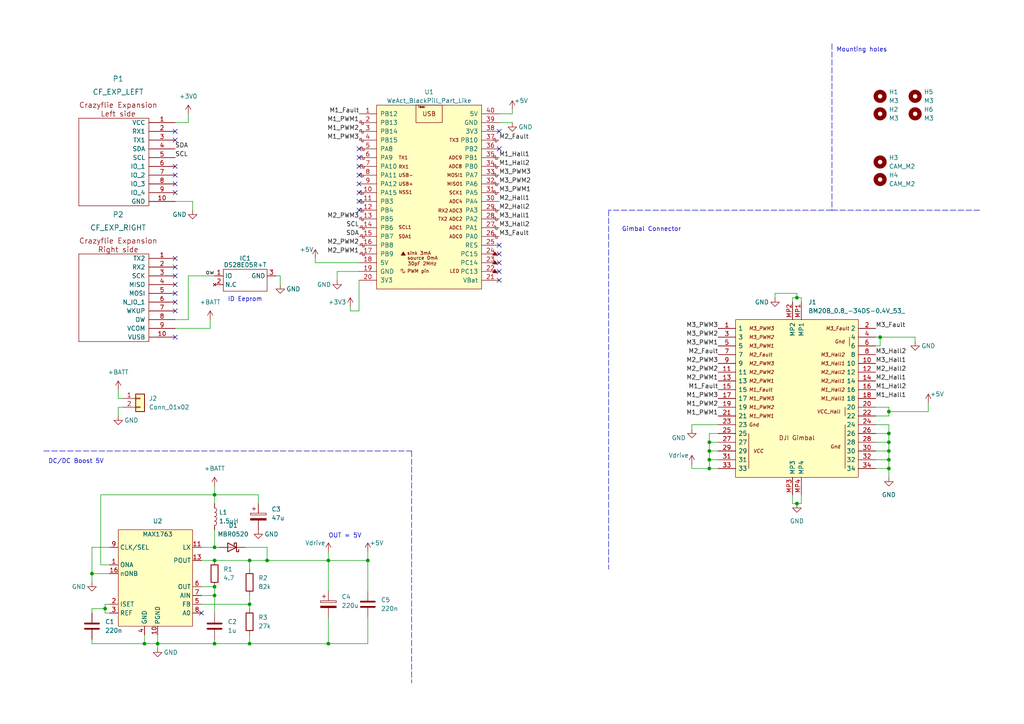
<source format=kicad_sch>
(kicad_sch (version 20211123) (generator eeschema)
  (paper "A4")
  (lib_symbols
    (symbol "Connector_Generic:Conn_01x02" (pin_names (offset 1.016) hide)
      (property "Reference" "J" (at 0 2.54 0))
      (property "Value" "Conn_01x02" (at 0 -5.08 0))
      (symbol "Conn_01x02_1_1"
        (rectangle (start -1.27 -2.413) (end 0 -2.667) (stroke (width 0.1524)))
        (rectangle (start -1.27 0.127) (end 0 -0.127) (stroke (width 0.1524)))
        (rectangle (start -1.27 1.27) (end 1.27 -3.81) (stroke (width 0.254)) (fill (type background)))
        (pin passive line (at -5.08 0 0) (length 3.81) (name "Pin_1") (number "1"))
        (pin passive line (at -5.08 -2.54 0) (length 3.81) (name "Pin_2") (number "2"))
      )
    )
    (symbol "DJI_Gimbal:BM20B_0.8_-34DS-0.4V_53_" (pin_names (offset 0.762))
      (property "Reference" "J" (at -0.635 14.605 0))
      (property "Value" "BM20B_0.8_-34DS-0.4V_53_" (at -12.065 17.145 0))
      (symbol "BM20B_0.8_-34DS-0.4V_53__0_0"
        (polyline (pts (xy -13.97 -30.48) (xy -13.97 -40.64)))
        (polyline (pts (xy 13.97 -27.94) (xy 13.97 -40.64)))
        (polyline (pts (xy 13.97 -22.86) (xy 13.97 -25.4)))
        (polyline (pts (xy 15.24 -2.54) (xy 15.24 -5.08)))
        (text "DJI Gimbal" (at 0 -31.75 0) (effects (font (size 1.27 1.27))))
        (text "Gnd" (at -13.97 -27.94 0) (effects (font (size 1.016 1.016) italic) (justify left)))
        (text "Gnd" (at 12.7 -34.29 0) (effects (font (size 1.016 1.016) italic) (justify right)))
        (text "Gnd" (at 13.97 -3.81 0) (effects (font (size 1.016 1.016) italic) (justify right)))
        (text "M1_Fault" (at -13.97 -17.78 0) (effects (font (size 1.016 1.016) italic) (justify left)))
        (text "M1_Hall1" (at 13.97 -20.32 0) (effects (font (size 1.016 1.016) italic) (justify right)))
        (text "M1_Hall2" (at 13.97 -17.78 0) (effects (font (size 1.016 1.016) italic) (justify right)))
        (text "M1_PWM1" (at -13.97 -25.4 0) (effects (font (size 1.016 1.016) italic) (justify left)))
        (text "M1_PWM2" (at -13.97 -22.86 0) (effects (font (size 1.016 1.016) italic) (justify left)))
        (text "M1_PWM3" (at -13.97 -20.32 0) (effects (font (size 1.016 1.016) italic) (justify left)))
        (text "M2_Fault" (at -13.97 -7.62 0) (effects (font (size 1.016 1.016) italic) (justify left)))
        (text "M2_Hall1" (at 13.97 -15.24 0) (effects (font (size 1.016 1.016) italic) (justify right)))
        (text "M2_Hall2" (at 13.97 -12.7 0) (effects (font (size 1.016 1.016) italic) (justify right)))
        (text "M2_PWM1" (at -13.97 -15.24 0) (effects (font (size 1.016 1.016) italic) (justify left)))
        (text "M2_PWM2" (at -13.97 -12.7 0) (effects (font (size 1.016 1.016) italic) (justify left)))
        (text "M2_PWM3" (at -13.97 -10.16 0) (effects (font (size 1.016 1.016) italic) (justify left)))
        (text "M3_Fault" (at 15.24 0 0) (effects (font (size 1.016 1.016) italic) (justify right)))
        (text "M3_Hall1" (at 13.97 -10.16 0) (effects (font (size 1.016 1.016) italic) (justify right)))
        (text "M3_Hall2" (at 13.97 -7.62 0) (effects (font (size 1.016 1.016) italic) (justify right)))
        (text "M3_PWM1" (at -13.97 -5.08 0) (effects (font (size 1.016 1.016) italic) (justify left)))
        (text "M3_PWM2" (at -13.97 -2.54 0) (effects (font (size 1.016 1.016) italic) (justify left)))
        (text "M3_PWM3" (at -13.97 0 0) (effects (font (size 1.016 1.016) italic) (justify left)))
        (text "VCC" (at -12.7 -35.56 0) (effects (font (size 1.016 1.016) italic) (justify left)))
        (text "VCC_Hall" (at 12.7 -24.13 0) (effects (font (size 1.016 1.016) italic) (justify right)))
        (pin passive line (at -22.86 0 0) (length 5.08) (name "1") (number "1"))
        (pin passive line (at 22.86 -10.16 180) (length 5.08) (name "10") (number "10"))
        (pin passive line (at -22.86 -12.7 0) (length 5.08) (name "11") (number "11"))
        (pin passive line (at 22.86 -12.7 180) (length 5.08) (name "12") (number "12"))
        (pin passive line (at -22.86 -15.24 0) (length 5.08) (name "13") (number "13"))
        (pin passive line (at 22.86 -15.24 180) (length 5.08) (name "14") (number "14"))
        (pin passive line (at -22.86 -17.78 0) (length 5.08) (name "15") (number "15"))
        (pin passive line (at 22.86 -17.78 180) (length 5.08) (name "16") (number "16"))
        (pin passive line (at -22.86 -20.32 0) (length 5.08) (name "17") (number "17"))
        (pin passive line (at 22.86 -20.32 180) (length 5.08) (name "18") (number "18"))
        (pin passive line (at -22.86 -22.86 0) (length 5.08) (name "19") (number "19"))
        (pin passive line (at 22.86 0 180) (length 5.08) (name "2") (number "2"))
        (pin passive line (at 22.86 -22.86 180) (length 5.08) (name "20") (number "20"))
        (pin passive line (at -22.86 -25.4 0) (length 5.08) (name "21") (number "21"))
        (pin passive line (at 22.86 -25.4 180) (length 5.08) (name "22") (number "22"))
        (pin passive line (at -22.86 -27.94 0) (length 5.08) (name "23") (number "23"))
        (pin passive line (at 22.86 -27.94 180) (length 5.08) (name "24") (number "24"))
        (pin passive line (at -22.86 -30.48 0) (length 5.08) (name "25") (number "25"))
        (pin passive line (at 22.86 -30.48 180) (length 5.08) (name "26") (number "26"))
        (pin passive line (at -22.86 -33.02 0) (length 5.08) (name "27") (number "27"))
        (pin passive line (at 22.86 -33.02 180) (length 5.08) (name "28") (number "28"))
        (pin passive line (at -22.86 -35.56 0) (length 5.08) (name "29") (number "29"))
        (pin passive line (at -22.86 -2.54 0) (length 5.08) (name "3") (number "3"))
        (pin passive line (at 22.86 -35.56 180) (length 5.08) (name "30") (number "30"))
        (pin passive line (at -22.86 -38.1 0) (length 5.08) (name "31") (number "31"))
        (pin passive line (at 22.86 -38.1 180) (length 5.08) (name "32") (number "32"))
        (pin passive line (at -22.86 -40.64 0) (length 5.08) (name "33") (number "33"))
        (pin passive line (at 22.86 -40.64 180) (length 5.08) (name "34") (number "34"))
        (pin passive line (at 22.86 -2.54 180) (length 5.08) (name "4") (number "4"))
        (pin passive line (at -22.86 -5.08 0) (length 5.08) (name "5") (number "5"))
        (pin passive line (at 22.86 -5.08 180) (length 5.08) (name "6") (number "6"))
        (pin passive line (at -22.86 -7.62 0) (length 5.08) (name "7") (number "7"))
        (pin passive line (at 22.86 -7.62 180) (length 5.08) (name "8") (number "8"))
        (pin passive line (at -22.86 -10.16 0) (length 5.08) (name "9") (number "9"))
        (pin passive line (at 1.27 7.62 270) (length 5.08) (name "MP1") (number "MP1"))
        (pin passive line (at -1.27 7.62 270) (length 5.08) (name "MP2") (number "MP2"))
        (pin passive line (at -1.27 -48.26 90) (length 5.08) (name "MP3") (number "MP3"))
        (pin passive line (at 1.27 -48.26 90) (length 5.08) (name "MP4") (number "MP4"))
      )
      (symbol "BM20B_0.8_-34DS-0.4V_53__0_1"
        (polyline (pts (xy 17.78 2.54) (xy 17.78 -43.18) (xy -17.78 -43.18) (xy -17.78 2.54) (xy 17.78 2.54)) (stroke (width 0.1524)) (fill (type background)))
      )
    )
    (symbol "DJI_Gimbal:CF_EXP_LEFT" (pin_names (offset 1.016))
      (property "Reference" "P" (at 0 -13.97 0))
      (property "Value" "CF_EXP_LEFT" (at 0 -16.51 0))
      (symbol "CF_EXP_LEFT_0_0"
        (rectangle (start -10.16 -12.7) (end -10.16 12.7))
        (rectangle (start -10.16 12.7) (end 10.16 12.7))
        (rectangle (start 10.16 -12.7) (end -10.16 -12.7))
        (rectangle (start 10.16 12.7) (end 10.16 -12.7))
        (text "Crazyflie Expansion" (at 1.27 16.51 0) (effects (font (size 1.524 1.524))))
        (text "Left side" (at 1.27 13.97 0) (effects (font (size 1.524 1.524))))
      )
      (symbol "CF_EXP_LEFT_1_1"
        (pin power_out line (at 17.78 11.43 180) (length 7.62) (name "VCC") (number "1"))
        (pin power_out line (at 17.78 -11.43 180) (length 7.62) (name "GND") (number "10"))
        (pin bidirectional line (at 17.78 8.89 180) (length 7.62) (name "RX1") (number "2"))
        (pin bidirectional line (at 17.78 6.35 180) (length 7.62) (name "TX1") (number "3"))
        (pin output line (at 17.78 3.81 180) (length 7.62) (name "SDA") (number "4"))
        (pin bidirectional line (at 17.78 1.27 180) (length 7.62) (name "SCL") (number "5"))
        (pin bidirectional line (at 17.78 -1.27 180) (length 7.62) (name "IO_1") (number "6"))
        (pin bidirectional line (at 17.78 -3.81 180) (length 7.62) (name "IO_2") (number "7"))
        (pin bidirectional line (at 17.78 -6.35 180) (length 7.62) (name "IO_3") (number "8"))
        (pin bidirectional line (at 17.78 -8.89 180) (length 7.62) (name "IO_4") (number "9"))
      )
    )
    (symbol "DJI_Gimbal:CF_EXP_RIGHT" (pin_names (offset 1.016))
      (property "Reference" "P" (at 0 -13.97 0))
      (property "Value" "CF_EXP_RIGHT" (at 0 -16.51 0))
      (symbol "CF_EXP_RIGHT_0_0"
        (rectangle (start -10.16 -12.7) (end -10.16 12.7))
        (rectangle (start -10.16 12.7) (end 10.16 12.7))
        (rectangle (start 10.16 -12.7) (end -10.16 -12.7))
        (rectangle (start 10.16 12.7) (end 10.16 -12.7))
        (text "Crazyflie Expansion" (at 1.27 16.51 0) (effects (font (size 1.524 1.524))))
        (text "Right side" (at 1.27 13.97 0) (effects (font (size 1.524 1.524))))
      )
      (symbol "CF_EXP_RIGHT_1_1"
        (pin bidirectional line (at 17.78 11.43 180) (length 7.62) (name "TX2") (number "1"))
        (pin power_out line (at 17.78 -11.43 180) (length 7.62) (name "VUSB") (number "10"))
        (pin bidirectional line (at 17.78 8.89 180) (length 7.62) (name "RX2") (number "2"))
        (pin output line (at 17.78 6.35 180) (length 7.62) (name "SCK") (number "3"))
        (pin bidirectional line (at 17.78 3.81 180) (length 7.62) (name "MISO") (number "4"))
        (pin bidirectional line (at 17.78 1.27 180) (length 7.62) (name "MOSI") (number "5"))
        (pin bidirectional line (at 17.78 -1.27 180) (length 7.62) (name "N_IO_1") (number "6"))
        (pin bidirectional line (at 17.78 -3.81 180) (length 7.62) (name "WKUP") (number "7"))
        (pin bidirectional line (at 17.78 -6.35 180) (length 7.62) (name "OW") (number "8"))
        (pin power_out line (at 17.78 -8.89 180) (length 7.62) (name "VCOM") (number "9"))
      )
    )
    (symbol "DJI_Gimbal:DS28E05R+T"
      (property "Reference" "IC?" (at 0 5.08 0))
      (property "Value" "DS28E05R+T" (at 0 3.175 0))
      (symbol "DS28E05R+T_0_1"
        (rectangle (start -6.35 1.905) (end 6.35 -4.445))
      )
      (symbol "DS28E05R+T_1_1"
        (pin bidirectional line (at -8.89 0 0) (length 2.54) (name "IO") (number "1"))
        (pin no_connect line (at -8.89 -2.54 0) (length 2.54) (name "N.C") (number "2"))
        (pin input line (at 8.89 0 180) (length 2.54) (name "GND") (number "3"))
      )
    )
    (symbol "DJI_Gimbal:MAX1763"
      (property "Reference" "U" (at 0 15.24 0))
      (property "Value" "MAX1763" (at 0 12.7 0))
      (symbol "MAX1763_0_1"
        (rectangle (start -11.43 13.97) (end 10.16 -13.97) (fill (type background)))
      )
      (symbol "MAX1763_1_1"
        (pin input line (at -13.97 3.81 0) (length 2.54) (name "ONA") (number "1"))
        (pin input line (at 0 -16.51 90) (length 2.54) (name "PGND") (number "10"))
        (pin input line (at 12.7 8.89 180) (length 2.54) (name "LX") (number "11"))
        (pin input line (at 0 -16.51 90) (length 2.54) hide (name "PGND") (number "12"))
        (pin input line (at 12.7 5.08 180) (length 2.54) (name "POUT") (number "13"))
        (pin input line (at 12.7 8.89 180) (length 2.54) hide (name "LX") (number "14"))
        (pin input line (at 12.7 5.08 180) (length 2.54) hide (name "POUT") (number "15"))
        (pin input line (at -13.97 1.27 0) (length 2.54) (name "nONB") (number "16"))
        (pin input line (at -13.97 -7.62 0) (length 2.54) (name "ISET") (number "2"))
        (pin input line (at -13.97 -10.16 0) (length 2.54) (name "REF") (number "3"))
        (pin input line (at -3.81 -16.51 90) (length 2.54) (name "GND") (number "4"))
        (pin input line (at 12.7 -7.62 180) (length 2.54) (name "FB") (number "5"))
        (pin input line (at 12.7 -2.54 180) (length 2.54) (name "OUT") (number "6"))
        (pin input line (at 12.7 -5.08 180) (length 2.54) (name "AIN") (number "7"))
        (pin input line (at 12.7 -10.16 180) (length 2.54) (name "A0") (number "8"))
        (pin input line (at -13.97 8.89 0) (length 2.54) (name "CLK/SEL") (number "9"))
      )
    )
    (symbol "DJI_Gimbal:WeAct_BlackPill_Part_Like" (pin_names (offset 1.016))
      (property "Reference" "U" (at -12.7 27.94 0))
      (property "Value" "WeAct_BlackPill_Part_Like" (at 0 2.54 90))
      (symbol "WeAct_BlackPill_Part_Like_0_0"
        (polyline (pts (xy -8.128 -18.161) (xy -7.493 -17.145) (xy -6.858 -18.161) (xy -8.128 -18.161) (xy -7.493 -17.272) (xy -6.985 -18.161) (xy -8.001 -18.034) (xy -7.493 -17.399) (xy -7.112 -18.161) (xy -7.874 -17.907) (xy -7.366 -17.526) (xy -7.239 -18.161) (xy -7.747 -17.78) (xy -7.239 -17.653) (xy -7.366 -18.034) (xy -7.62 -17.78) (xy -7.366 -17.907) (xy -7.493 -17.653)))
        (polyline (pts (xy 18.415 -23.241) (xy 19.05 -22.225) (xy 19.685 -23.241) (xy 18.415 -23.241) (xy 19.05 -22.352) (xy 19.558 -23.241) (xy 18.542 -23.114) (xy 19.05 -22.479) (xy 19.431 -23.241) (xy 18.669 -22.987) (xy 19.177 -22.606) (xy 19.304 -23.241) (xy 18.796 -22.86) (xy 19.304 -22.733) (xy 19.177 -23.114) (xy 18.923 -22.86) (xy 19.177 -22.987) (xy 19.05 -22.733)))
        (polyline (pts (xy 18.415 -20.701) (xy 19.05 -19.685) (xy 19.685 -20.701) (xy 18.415 -20.701) (xy 19.05 -19.812) (xy 19.558 -20.701) (xy 18.542 -20.574) (xy 19.05 -19.939) (xy 19.431 -20.701) (xy 18.669 -20.447) (xy 19.177 -20.066) (xy 19.304 -20.701) (xy 18.796 -20.32) (xy 19.304 -20.193) (xy 19.177 -20.574) (xy 18.923 -20.32) (xy 19.177 -20.447) (xy 19.05 -20.193)))
        (polyline (pts (xy 18.415 -18.161) (xy 19.05 -17.145) (xy 19.685 -18.161) (xy 18.415 -18.161) (xy 19.05 -17.272) (xy 19.558 -18.161) (xy 18.542 -18.034) (xy 19.05 -17.399) (xy 19.431 -18.161) (xy 18.669 -17.907) (xy 19.177 -17.526) (xy 19.304 -18.161) (xy 18.796 -17.78) (xy 19.304 -17.653) (xy 19.177 -18.034) (xy 18.923 -17.78) (xy 19.177 -17.907) (xy 19.05 -17.653)))
        (text "30pF 2MHz" (at -2.032 -20.574 0) (effects (font (size 0.9906 0.9906))))
        (text "ADC0" (at 7.747 -12.7 0) (effects (font (size 0.9906 0.9906))))
        (text "ADC1" (at 7.747 -10.16 0) (effects (font (size 0.9906 0.9906))))
        (text "ADC2" (at 7.747 -7.62 0) (effects (font (size 0.9906 0.9906))))
        (text "ADC3" (at 7.747 -5.207 0) (effects (font (size 0.9906 0.9906))))
        (text "ADC4" (at 7.747 -2.54 0) (effects (font (size 0.9906 0.9906))))
        (text "ADC8" (at 7.62 7.62 0) (effects (font (size 0.9906 0.9906))))
        (text "ADC9" (at 7.62 10.16 0) (effects (font (size 0.9906 0.9906))))
        (text "LED" (at 7.366 -22.733 0) (effects (font (size 0.9906 0.9906))))
        (text "MISO1" (at 7.493 2.54 0) (effects (font (size 0.9906 0.9906))))
        (text "MOSI1" (at 7.493 5.08 0) (effects (font (size 0.9906 0.9906))))
        (text "NSS1" (at -6.858 0.127 0) (effects (font (size 0.9906 0.9906))))
        (text "PWM pin" (at -3.175 -22.733 0) (effects (font (size 0.9906 0.9906))))
        (text "RX1" (at -7.366 7.493 0) (effects (font (size 0.9906 0.9906))))
        (text "RX2" (at 4.064 -5.207 0) (effects (font (size 0.9906 0.9906))))
        (text "SCK1" (at 7.747 0 0) (effects (font (size 0.9906 0.9906))))
        (text "SCL1" (at -6.985 -10.033 0) (effects (font (size 0.9906 0.9906))))
        (text "SDA1" (at -6.985 -12.7 0) (effects (font (size 0.9906 0.9906))))
        (text "sink 3mA" (at -2.921 -17.526 0) (effects (font (size 0.9906 0.9906))))
        (text "source 0mA" (at -1.905 -18.923 0) (effects (font (size 0.9906 0.9906))))
        (text "TX1" (at -7.493 10.16 0) (effects (font (size 0.9906 0.9906))))
        (text "TX2" (at 3.937 -7.62 0) (effects (font (size 0.9906 0.9906))))
        (text "TX3" (at 7.239 15.24 0) (effects (font (size 0.9906 0.9906))))
        (text "USB" (at 0 22.86 0) (effects (font (size 1.27 1.27))))
        (text "USB+" (at -6.731 2.54 0) (effects (font (size 0.9906 0.9906))))
        (text "USB-" (at -6.731 5.08 0) (effects (font (size 0.9906 0.9906))))
        (text "Y@@J" (at -2.159 24.892 0) (effects (font (size 0.508 0.508))))
      )
      (symbol "WeAct_BlackPill_Part_Like_0_1"
        (rectangle (start -15.24 25.4) (end 15.24 -27.94) (fill (type background)))
        (polyline (pts (xy -19.05 -7.62) (xy -19.05 -8.128) (xy -19.558 -8.128) (xy -19.558 -7.112) (xy -20.066 -7.112) (xy -20.066 -7.62)))
        (polyline (pts (xy -19.05 -5.08) (xy -19.05 -5.588) (xy -19.558 -5.588) (xy -19.558 -4.572) (xy -20.066 -4.572) (xy -20.066 -5.08)))
        (polyline (pts (xy -19.05 -2.54) (xy -19.05 -3.048) (xy -19.558 -3.048) (xy -19.558 -2.032) (xy -20.066 -2.032) (xy -20.066 -2.54)))
        (polyline (pts (xy -19.05 0) (xy -19.05 -0.508) (xy -19.558 -0.508) (xy -19.558 0.508) (xy -20.066 0.508) (xy -20.066 0)))
        (polyline (pts (xy -19.05 5.08) (xy -19.05 4.572) (xy -19.558 4.572) (xy -19.558 5.588) (xy -20.066 5.588) (xy -20.066 5.08)))
        (polyline (pts (xy -19.05 15.24) (xy -19.05 14.732) (xy -19.558 14.732) (xy -19.558 15.748) (xy -20.066 15.748) (xy -20.066 15.24)))
        (polyline (pts (xy -19.05 17.78) (xy -19.05 17.272) (xy -19.558 17.272) (xy -19.558 18.288) (xy -20.066 18.288) (xy -20.066 17.78)))
        (polyline (pts (xy -19.05 20.32) (xy -19.05 19.812) (xy -19.558 19.812) (xy -19.558 20.828) (xy -20.066 20.828) (xy -20.066 20.32)))
        (polyline (pts (xy -18.796 -17.78) (xy -18.796 -18.288) (xy -19.304 -18.288) (xy -19.304 -17.272) (xy -19.812 -17.272) (xy -19.812 -17.78)))
        (polyline (pts (xy -18.796 -15.24) (xy -18.796 -15.748) (xy -19.304 -15.748) (xy -19.304 -14.732) (xy -19.812 -14.732) (xy -19.812 -15.24)))
        (polyline (pts (xy -18.796 -12.7) (xy -18.796 -13.208) (xy -19.304 -13.208) (xy -19.304 -12.192) (xy -19.812 -12.192) (xy -19.812 -12.7)))
        (polyline (pts (xy -18.796 -10.16) (xy -18.796 -10.668) (xy -19.304 -10.668) (xy -19.304 -9.652) (xy -19.812 -9.652) (xy -19.812 -10.16)))
        (polyline (pts (xy -18.796 7.62) (xy -18.796 7.112) (xy -19.304 7.112) (xy -19.304 8.128) (xy -19.812 8.128) (xy -19.812 7.62)))
        (polyline (pts (xy -18.796 10.16) (xy -18.796 9.652) (xy -19.304 9.652) (xy -19.304 10.668) (xy -19.812 10.668) (xy -19.812 10.16)))
        (polyline (pts (xy -18.796 12.7) (xy -18.796 12.192) (xy -19.304 12.192) (xy -19.304 13.208) (xy -19.812 13.208) (xy -19.812 12.7)))
        (polyline (pts (xy -7.112 -22.733) (xy -7.112 -23.241) (xy -7.62 -23.241) (xy -7.62 -22.225) (xy -8.128 -22.225) (xy -8.128 -22.733)))
        (polyline (pts (xy 19.685 0) (xy 19.685 -0.508) (xy 19.177 -0.508) (xy 19.177 0.508) (xy 18.669 0.508) (xy 18.669 0)))
        (polyline (pts (xy 19.685 15.24) (xy 19.685 14.732) (xy 19.177 14.732) (xy 19.177 15.748) (xy 18.669 15.748) (xy 18.669 15.24)))
        (polyline (pts (xy 19.812 -12.7) (xy 19.812 -13.208) (xy 19.304 -13.208) (xy 19.304 -12.192) (xy 18.796 -12.192) (xy 18.796 -12.7)))
        (polyline (pts (xy 19.812 -10.16) (xy 19.812 -10.668) (xy 19.304 -10.668) (xy 19.304 -9.652) (xy 18.796 -9.652) (xy 18.796 -10.16)))
        (polyline (pts (xy 19.812 -7.62) (xy 19.812 -8.128) (xy 19.304 -8.128) (xy 19.304 -7.112) (xy 18.796 -7.112) (xy 18.796 -7.62)))
        (polyline (pts (xy 19.812 -5.08) (xy 19.812 -5.588) (xy 19.304 -5.588) (xy 19.304 -4.572) (xy 18.796 -4.572) (xy 18.796 -5.08)))
        (polyline (pts (xy 19.812 2.54) (xy 19.812 2.032) (xy 19.304 2.032) (xy 19.304 3.048) (xy 18.796 3.048) (xy 18.796 2.54)))
        (polyline (pts (xy 19.812 5.08) (xy 19.812 4.572) (xy 19.304 4.572) (xy 19.304 5.588) (xy 18.796 5.588) (xy 18.796 5.08)))
        (polyline (pts (xy 19.812 7.62) (xy 19.812 7.112) (xy 19.304 7.112) (xy 19.304 8.128) (xy 18.796 8.128) (xy 18.796 7.62)))
        (polyline (pts (xy 19.812 10.16) (xy 19.812 9.652) (xy 19.304 9.652) (xy 19.304 10.668) (xy 18.796 10.668) (xy 18.796 10.16)))
        (rectangle (start 3.81 25.4) (end -3.81 20.32))
      )
      (symbol "WeAct_BlackPill_Part_Like_1_1"
        (pin bidirectional line (at -20.32 22.86 0) (length 5.08) (name "PB12") (number "1"))
        (pin bidirectional line (at -20.32 0 0) (length 5.08) (name "PA15") (number "10"))
        (pin bidirectional line (at -20.32 -2.54 0) (length 5.08) (name "PB3") (number "11"))
        (pin bidirectional line (at -20.32 -5.08 0) (length 5.08) (name "PB4") (number "12"))
        (pin bidirectional line (at -20.32 -7.62 0) (length 5.08) (name "PB5") (number "13"))
        (pin bidirectional line (at -20.32 -10.16 0) (length 5.08) (name "PB6") (number "14"))
        (pin bidirectional line (at -20.32 -12.7 0) (length 5.08) (name "PB7") (number "15"))
        (pin bidirectional line (at -20.32 -15.24 0) (length 5.08) (name "PB8") (number "16"))
        (pin bidirectional line (at -20.32 -17.78 0) (length 5.08) (name "PB9") (number "17"))
        (pin power_in line (at -20.32 -20.32 0) (length 5.08) (name "5V") (number "18"))
        (pin power_in line (at -20.32 -22.86 0) (length 5.08) (name "GND") (number "19"))
        (pin bidirectional line (at -20.32 20.32 0) (length 5.08) (name "PB13") (number "2"))
        (pin power_in line (at -20.32 -25.4 0) (length 5.08) (name "3V3") (number "20"))
        (pin power_in line (at 20.32 -25.4 180) (length 5.08) (name "VBat") (number "21"))
        (pin bidirectional line (at 20.32 -22.86 180) (length 5.08) (name "PC13") (number "22"))
        (pin bidirectional line (at 20.32 -20.32 180) (length 5.08) (name "PC14") (number "23"))
        (pin bidirectional line (at 20.32 -17.78 180) (length 5.08) (name "PC15") (number "24"))
        (pin input line (at 20.32 -15.24 180) (length 5.08) (name "RES") (number "25"))
        (pin bidirectional line (at 20.32 -12.7 180) (length 5.08) (name "PA0") (number "26"))
        (pin bidirectional line (at 20.32 -10.16 180) (length 5.08) (name "PA1") (number "27"))
        (pin bidirectional line (at 20.32 -7.62 180) (length 5.08) (name "PA2") (number "28"))
        (pin bidirectional line (at 20.32 -5.08 180) (length 5.08) (name "PA3") (number "29"))
        (pin bidirectional line (at -20.32 17.78 0) (length 5.08) (name "PB14") (number "3"))
        (pin bidirectional line (at 20.32 -2.54 180) (length 5.08) (name "PA4") (number "30"))
        (pin bidirectional line (at 20.32 0 180) (length 5.08) (name "PA5") (number "31"))
        (pin bidirectional line (at 20.32 2.54 180) (length 5.08) (name "PA6") (number "32"))
        (pin bidirectional line (at 20.32 5.08 180) (length 5.08) (name "PA7") (number "33"))
        (pin bidirectional line (at 20.32 7.62 180) (length 5.08) (name "PB0") (number "34"))
        (pin bidirectional line (at 20.32 10.16 180) (length 5.08) (name "PB1") (number "35"))
        (pin bidirectional line (at 20.32 12.7 180) (length 5.08) (name "PB2") (number "36"))
        (pin bidirectional line (at 20.32 15.24 180) (length 5.08) (name "PB10") (number "37"))
        (pin power_in line (at 20.32 17.78 180) (length 5.08) (name "3V3") (number "38"))
        (pin power_in line (at 20.32 20.32 180) (length 5.08) (name "GND") (number "39"))
        (pin bidirectional line (at -20.32 15.24 0) (length 5.08) (name "PB15") (number "4"))
        (pin power_in line (at 20.32 22.86 180) (length 5.08) (name "5V") (number "40"))
        (pin bidirectional line (at -20.32 12.7 0) (length 5.08) (name "PA8") (number "5"))
        (pin bidirectional line (at -20.32 10.16 0) (length 5.08) (name "PA9") (number "6"))
        (pin bidirectional line (at -20.32 7.62 0) (length 5.08) (name "PA10") (number "7"))
        (pin bidirectional line (at -20.32 5.08 0) (length 5.08) (name "PA11") (number "8"))
        (pin bidirectional line (at -20.32 2.54 0) (length 5.08) (name "PA12") (number "9"))
      )
    )
    (symbol "Device:C" (pin_numbers hide) (pin_names (offset 0.254))
      (property "Reference" "C" (at 0.635 2.54 0))
      (property "Value" "C" (at 0.635 -2.54 0))
      (symbol "C_0_1"
        (polyline (pts (xy -2.032 -0.762) (xy 2.032 -0.762)) (stroke (width 0.508)))
        (polyline (pts (xy -2.032 0.762) (xy 2.032 0.762)) (stroke (width 0.508)))
      )
      (symbol "C_1_1"
        (pin passive line (at 0 3.81 270) (length 2.794) (name "~") (number "1"))
        (pin passive line (at 0 -3.81 90) (length 2.794) (name "~") (number "2"))
      )
    )
    (symbol "Device:C_Polarized" (pin_numbers hide) (pin_names (offset 0.254))
      (property "Reference" "C" (at 0.635 2.54 0))
      (property "Value" "C_Polarized" (at 0.635 -2.54 0))
      (symbol "C_Polarized_0_1"
        (rectangle (start -2.286 0.508) (end 2.286 1.016))
        (polyline (pts (xy -1.778 2.286) (xy -0.762 2.286)))
        (polyline (pts (xy -1.27 2.794) (xy -1.27 1.778)))
        (rectangle (start 2.286 -0.508) (end -2.286 -1.016) (fill (type outline)))
      )
      (symbol "C_Polarized_1_1"
        (pin passive line (at 0 3.81 270) (length 2.794) (name "~") (number "1"))
        (pin passive line (at 0 -3.81 90) (length 2.794) (name "~") (number "2"))
      )
    )
    (symbol "Device:L" (pin_numbers hide) (pin_names (offset 1.016) hide)
      (property "Reference" "L" (at -1.27 0 90))
      (property "Value" "L" (at 1.905 0 90))
      (symbol "L_0_1"
        (arc (start 0 -2.54) (mid 0.635 -1.905) (end 0 -1.27))
        (arc (start 0 -1.27) (mid 0.635 -0.635) (end 0 0))
        (arc (start 0 0) (mid 0.635 0.635) (end 0 1.27))
        (arc (start 0 1.27) (mid 0.635 1.905) (end 0 2.54))
      )
      (symbol "L_1_1"
        (pin passive line (at 0 3.81 270) (length 1.27) (name "1") (number "1"))
        (pin passive line (at 0 -3.81 90) (length 1.27) (name "2") (number "2"))
      )
    )
    (symbol "Device:R" (pin_numbers hide) (pin_names (offset 0))
      (property "Reference" "R" (at 2.032 0 90))
      (property "Value" "R" (at 0 0 90))
      (symbol "R_0_1"
        (rectangle (start -1.016 -2.54) (end 1.016 2.54) (stroke (width 0.254)))
      )
      (symbol "R_1_1"
        (pin passive line (at 0 3.81 270) (length 1.27) (name "~") (number "1"))
        (pin passive line (at 0 -3.81 90) (length 1.27) (name "~") (number "2"))
      )
    )
    (symbol "Diode:MBR0520" (pin_numbers hide) (pin_names (offset 1.016) hide)
      (property "Reference" "D" (at 0 2.54 0))
      (property "Value" "MBR0520" (at 0 -2.54 0))
      (symbol "MBR0520_0_1"
        (polyline (pts (xy 1.27 0) (xy -1.27 0)))
        (polyline (pts (xy 1.27 1.27) (xy 1.27 -1.27) (xy -1.27 0) (xy 1.27 1.27)) (stroke (width 0.254)))
        (polyline (pts (xy -1.905 0.635) (xy -1.905 1.27) (xy -1.27 1.27) (xy -1.27 -1.27) (xy -0.635 -1.27) (xy -0.635 -0.635)) (stroke (width 0.254)))
      )
      (symbol "MBR0520_1_1"
        (pin passive line (at -3.81 0 0) (length 2.54) (name "K") (number "1"))
        (pin passive line (at 3.81 0 180) (length 2.54) (name "A") (number "2"))
      )
    )
    (symbol "Mechanical:MountingHole" (pin_names (offset 1.016))
      (property "Reference" "H" (at 0 5.08 0))
      (property "Value" "MountingHole" (at 0 3.175 0))
      (symbol "MountingHole_0_1"
        (circle (center 0 0) (radius 1.27) (stroke (width 1.27)))
      )
    )
    (symbol "power:+3.3V" (power) (pin_names (offset 0))
      (property "Value" "+3.3V" (at 0 3.556 0))
      (symbol "+3.3V_0_1"
        (polyline (pts (xy -0.762 1.27) (xy 0 2.54)))
        (polyline (pts (xy 0 0) (xy 0 2.54)))
        (polyline (pts (xy 0 2.54) (xy 0.762 1.27)))
      )
      (symbol "+3.3V_1_1"
        (pin power_in line (at 0 0 90) (length 0) hide (name "+3V3") (number "1"))
      )
    )
    (symbol "power:+3V0" (power) (pin_names (offset 0))
      (property "Value" "+3V0" (at 0 3.556 0))
      (symbol "+3V0_0_1"
        (polyline (pts (xy -0.762 1.27) (xy 0 2.54)))
        (polyline (pts (xy 0 0) (xy 0 2.54)))
        (polyline (pts (xy 0 2.54) (xy 0.762 1.27)))
      )
      (symbol "+3V0_1_1"
        (pin power_in line (at 0 0 90) (length 0) hide (name "+3V0") (number "1"))
      )
    )
    (symbol "power:+5V" (power) (pin_names (offset 0))
      (property "Value" "+5V" (at 0 3.556 0))
      (symbol "+5V_0_1"
        (polyline (pts (xy -0.762 1.27) (xy 0 2.54)))
        (polyline (pts (xy 0 0) (xy 0 2.54)))
        (polyline (pts (xy 0 2.54) (xy 0.762 1.27)))
      )
      (symbol "+5V_1_1"
        (pin power_in line (at 0 0 90) (length 0) hide (name "+5V") (number "1"))
      )
    )
    (symbol "power:+BATT" (power) (pin_names (offset 0))
      (property "Value" "+BATT" (at 0 3.556 0))
      (symbol "+BATT_0_1"
        (polyline (pts (xy -0.762 1.27) (xy 0 2.54)))
        (polyline (pts (xy 0 0) (xy 0 2.54)))
        (polyline (pts (xy 0 2.54) (xy 0.762 1.27)))
      )
      (symbol "+BATT_1_1"
        (pin power_in line (at 0 0 90) (length 0) hide (name "+BATT") (number "1"))
      )
    )
    (symbol "power:GND" (power) (pin_names (offset 0))
      (property "Value" "GND" (at 0 -3.81 0))
      (symbol "GND_0_1"
        (polyline (pts (xy 0 0) (xy 0 -1.27) (xy 1.27 -1.27) (xy 0 -2.54) (xy -1.27 -1.27) (xy 0 -1.27)))
      )
      (symbol "GND_1_1"
        (pin power_in line (at 0 0 270) (length 0) hide (name "GND") (number "1"))
      )
    )
    (symbol "power:Vdrive" (power) (pin_names (offset 0))
      (property "Value" "Vdrive" (at 0 3.81 0))
      (symbol "Vdrive_0_1"
        (polyline (pts (xy -0.762 1.27) (xy 0 2.54)))
        (polyline (pts (xy 0 0) (xy 0 2.54)))
        (polyline (pts (xy 0 2.54) (xy 0.762 1.27)))
      )
      (symbol "Vdrive_1_1"
        (pin power_in line (at 0 0 90) (length 0) hide (name "Vdrive") (number "1"))
      )
    )
  )
  (junction (at 72.39 162.56))
  (junction (at 106.68 162.56))
  (junction (at 62.23 186.69))
  (junction (at 95.25 162.56))
  (junction (at 26.67 166.37))
  (junction (at 205.74 130.81))
  (junction (at 257.81 128.27))
  (junction (at 62.23 172.72))
  (junction (at 231.14 146.05))
  (junction (at 77.47 162.56))
  (junction (at 257.81 133.35))
  (junction (at 45.72 186.69))
  (junction (at 62.23 162.56))
  (junction (at 62.23 143.51))
  (junction (at 205.74 128.27))
  (junction (at 72.39 175.26))
  (junction (at 62.23 170.18))
  (junction (at 205.74 135.89))
  (junction (at 62.23 158.75))
  (junction (at 257.81 125.73))
  (junction (at 257.81 130.81))
  (junction (at 257.81 119.38))
  (junction (at 41.91 186.69))
  (junction (at 205.74 133.35))
  (junction (at 231.14 86.36))
  (junction (at 30.48 176.53))
  (junction (at 95.25 186.69))
  (junction (at 255.27 97.79))
  (junction (at 257.81 135.89))
  (junction (at 72.39 186.69))
  (no_connect (at 144.78 81.28))
  (no_connect (at 104.14 55.88))
  (no_connect (at 104.14 48.26))
  (no_connect (at 104.14 58.42))
  (no_connect (at 104.14 50.8))
  (no_connect (at 104.14 53.34))
  (no_connect (at 104.14 45.72))
  (no_connect (at 104.14 43.18))
  (no_connect (at 104.14 60.96))
  (no_connect (at 58.42 177.8))
  (no_connect (at 50.8 48.26))
  (no_connect (at 50.8 50.8))
  (no_connect (at 50.8 53.34))
  (no_connect (at 50.8 55.88))
  (no_connect (at 50.8 38.1))
  (no_connect (at 50.8 40.64))
  (no_connect (at 144.78 38.1))
  (no_connect (at 144.78 43.18))
  (no_connect (at 144.78 71.12))
  (no_connect (at 144.78 78.74))
  (no_connect (at 50.8 97.79))
  (no_connect (at 50.8 77.47))
  (no_connect (at 50.8 80.01))
  (no_connect (at 50.8 82.55))
  (no_connect (at 50.8 85.09))
  (no_connect (at 50.8 87.63))
  (no_connect (at 50.8 90.17))
  (no_connect (at 50.8 74.93))
  (no_connect (at 144.78 76.2))
  (no_connect (at 144.78 73.66))
  (wire (pts (xy 254 123.19) (xy 257.81 123.19)))
  (wire (pts (xy 257.81 133.35) (xy 257.81 135.89)))
  (wire (pts (xy 62.23 158.75) (xy 63.5 158.75)))
  (wire (pts (xy 205.74 128.27) (xy 205.74 130.81)))
  (wire (pts (xy 229.87 146.05) (xy 231.14 146.05)))
  (wire (pts (xy 265.43 99.06) (xy 265.43 97.79)))
  (wire (pts (xy 62.23 143.51) (xy 62.23 146.05)))
  (wire (pts (xy 26.67 176.53) (xy 30.48 176.53)))
  (wire (pts (xy 72.39 186.69) (xy 95.25 186.69)))
  (wire (pts (xy 224.79 85.09) (xy 231.14 85.09)))
  (wire (pts (xy 254 133.35) (xy 257.81 133.35)))
  (wire (pts (xy 257.81 119.38) (xy 257.81 120.65)))
  (wire (pts (xy 26.67 177.8) (xy 26.67 176.53)))
  (wire (pts (xy 72.39 162.56) (xy 72.39 165.1)))
  (wire (pts (xy 60.96 92.71) (xy 60.96 95.25)))
  (wire (pts (xy 71.12 158.75) (xy 77.47 158.75)))
  (wire (pts (xy 72.39 175.26) (xy 72.39 176.53)))
  (wire (pts (xy 77.47 162.56) (xy 95.25 162.56)))
  (wire (pts (xy 106.68 162.56) (xy 95.25 162.56)))
  (wire (pts (xy 95.25 179.07) (xy 95.25 186.69)))
  (wire (pts (xy 255.27 97.79) (xy 255.27 100.33)))
  (wire (pts (xy 60.96 95.25) (xy 50.8 95.25)))
  (wire (pts (xy 254 118.11) (xy 257.81 118.11)))
  (wire (pts (xy 229.87 87.63) (xy 229.87 86.36)))
  (wire (pts (xy 26.67 168.91) (xy 26.67 166.37)))
  (wire (pts (xy 254 130.81) (xy 257.81 130.81)))
  (wire (pts (xy 148.59 31.75) (xy 148.59 33.02)))
  (wire (pts (xy 91.44 74.93) (xy 91.44 76.2)))
  (wire (pts (xy 254 97.79) (xy 255.27 97.79)))
  (wire (pts (xy 80.01 80.01) (xy 81.28 80.01)))
  (wire (pts (xy 26.67 158.75) (xy 26.67 166.37)))
  (wire (pts (xy 229.87 86.36) (xy 231.14 86.36)))
  (wire (pts (xy 45.72 186.69) (xy 45.72 187.96)))
  (wire (pts (xy 26.67 185.42) (xy 26.67 186.69)))
  (wire (pts (xy 97.79 78.74) (xy 104.14 78.74)))
  (wire (pts (xy 104.14 81.28) (xy 104.14 90.17)))
  (wire (pts (xy 72.39 172.72) (xy 72.39 175.26)))
  (wire (pts (xy 205.74 133.35) (xy 208.28 133.35)))
  (wire (pts (xy 58.42 158.75) (xy 62.23 158.75)))
  (wire (pts (xy 62.23 172.72) (xy 62.23 177.8)))
  (wire (pts (xy 229.87 143.51) (xy 229.87 146.05)))
  (wire (pts (xy 231.14 85.09) (xy 231.14 86.36)))
  (polyline (pts (xy 176.53 60.96) (xy 176.53 165.1)))
  (wire (pts (xy 257.81 128.27) (xy 257.81 130.81)))
  (wire (pts (xy 54.61 80.01) (xy 62.23 80.01)))
  (wire (pts (xy 205.74 130.81) (xy 205.74 133.35)))
  (wire (pts (xy 269.24 116.84) (xy 269.24 119.38)))
  (wire (pts (xy 265.43 97.79) (xy 255.27 97.79)))
  (wire (pts (xy 58.42 170.18) (xy 62.23 170.18)))
  (wire (pts (xy 72.39 184.15) (xy 72.39 186.69)))
  (wire (pts (xy 62.23 172.72) (xy 62.23 170.18)))
  (wire (pts (xy 81.28 80.01) (xy 81.28 82.55)))
  (wire (pts (xy 55.88 58.42) (xy 55.88 60.96)))
  (wire (pts (xy 62.23 186.69) (xy 72.39 186.69)))
  (wire (pts (xy 45.72 184.15) (xy 45.72 186.69)))
  (wire (pts (xy 200.66 135.89) (xy 205.74 135.89)))
  (wire (pts (xy 45.72 186.69) (xy 41.91 186.69)))
  (wire (pts (xy 58.42 172.72) (xy 62.23 172.72)))
  (wire (pts (xy 257.81 135.89) (xy 257.81 138.43)))
  (wire (pts (xy 95.25 171.45) (xy 95.25 162.56)))
  (polyline (pts (xy 241.3 12.7) (xy 241.3 60.96)))
  (wire (pts (xy 232.41 86.36) (xy 232.41 87.63)))
  (wire (pts (xy 31.75 175.26) (xy 30.48 175.26)))
  (wire (pts (xy 58.42 175.26) (xy 72.39 175.26)))
  (polyline (pts (xy 241.3 60.96) (xy 284.48 60.96)))
  (wire (pts (xy 34.29 118.11) (xy 35.56 118.11)))
  (wire (pts (xy 208.28 125.73) (xy 205.74 125.73)))
  (wire (pts (xy 72.39 162.56) (xy 77.47 162.56)))
  (polyline (pts (xy 119.38 130.81) (xy 119.38 198.12)))
  (wire (pts (xy 62.23 158.75) (xy 62.23 153.67)))
  (wire (pts (xy 255.27 100.33) (xy 254 100.33)))
  (wire (pts (xy 269.24 119.38) (xy 257.81 119.38)))
  (wire (pts (xy 205.74 125.73) (xy 205.74 128.27)))
  (wire (pts (xy 254 125.73) (xy 257.81 125.73)))
  (wire (pts (xy 34.29 115.57) (xy 35.56 115.57)))
  (wire (pts (xy 62.23 143.51) (xy 74.93 143.51)))
  (wire (pts (xy 50.8 35.56) (xy 54.61 35.56)))
  (wire (pts (xy 254 128.27) (xy 257.81 128.27)))
  (wire (pts (xy 257.81 125.73) (xy 257.81 128.27)))
  (wire (pts (xy 200.66 124.46) (xy 200.66 123.19)))
  (wire (pts (xy 30.48 176.53) (xy 30.48 177.8)))
  (wire (pts (xy 257.81 118.11) (xy 257.81 119.38)))
  (polyline (pts (xy 241.3 60.96) (xy 176.53 60.96)))
  (wire (pts (xy 91.44 76.2) (xy 104.14 76.2)))
  (wire (pts (xy 54.61 80.01) (xy 54.61 92.71)))
  (wire (pts (xy 31.75 163.83) (xy 29.21 163.83)))
  (wire (pts (xy 257.81 135.89) (xy 254 135.89)))
  (wire (pts (xy 29.21 163.83) (xy 29.21 143.51)))
  (wire (pts (xy 74.93 146.05) (xy 74.93 143.51)))
  (wire (pts (xy 62.23 162.56) (xy 72.39 162.56)))
  (wire (pts (xy 144.78 35.56) (xy 148.59 35.56)))
  (wire (pts (xy 95.25 160.02) (xy 95.25 162.56)))
  (wire (pts (xy 45.72 186.69) (xy 62.23 186.69)))
  (wire (pts (xy 77.47 158.75) (xy 77.47 162.56)))
  (wire (pts (xy 30.48 177.8) (xy 31.75 177.8)))
  (wire (pts (xy 97.79 81.28) (xy 97.79 78.74)))
  (wire (pts (xy 106.68 179.07) (xy 106.68 186.69)))
  (wire (pts (xy 205.74 130.81) (xy 208.28 130.81)))
  (wire (pts (xy 205.74 128.27) (xy 208.28 128.27)))
  (wire (pts (xy 62.23 185.42) (xy 62.23 186.69)))
  (wire (pts (xy 200.66 123.19) (xy 208.28 123.19)))
  (wire (pts (xy 106.68 160.02) (xy 106.68 162.56)))
  (wire (pts (xy 205.74 135.89) (xy 208.28 135.89)))
  (wire (pts (xy 106.68 186.69) (xy 95.25 186.69)))
  (wire (pts (xy 26.67 166.37) (xy 31.75 166.37)))
  (wire (pts (xy 58.42 162.56) (xy 62.23 162.56)))
  (wire (pts (xy 41.91 186.69) (xy 41.91 184.15)))
  (wire (pts (xy 200.66 134.62) (xy 200.66 135.89)))
  (wire (pts (xy 31.75 158.75) (xy 26.67 158.75)))
  (wire (pts (xy 205.74 133.35) (xy 205.74 135.89)))
  (wire (pts (xy 34.29 113.03) (xy 34.29 115.57)))
  (wire (pts (xy 54.61 35.56) (xy 54.61 33.02)))
  (wire (pts (xy 34.29 120.65) (xy 34.29 118.11)))
  (wire (pts (xy 224.79 86.36) (xy 224.79 85.09)))
  (polyline (pts (xy 12.7 130.81) (xy 119.38 130.81)))
  (wire (pts (xy 30.48 175.26) (xy 30.48 176.53)))
  (wire (pts (xy 26.67 186.69) (xy 41.91 186.69)))
  (wire (pts (xy 101.6 90.17) (xy 101.6 88.9)))
  (wire (pts (xy 104.14 90.17) (xy 101.6 90.17)))
  (wire (pts (xy 29.21 143.51) (xy 62.23 143.51)))
  (wire (pts (xy 231.14 86.36) (xy 232.41 86.36)))
  (wire (pts (xy 62.23 140.97) (xy 62.23 143.51)))
  (wire (pts (xy 50.8 58.42) (xy 55.88 58.42)))
  (wire (pts (xy 257.81 120.65) (xy 254 120.65)))
  (wire (pts (xy 148.59 33.02) (xy 144.78 33.02)))
  (wire (pts (xy 257.81 130.81) (xy 257.81 133.35)))
  (wire (pts (xy 231.14 146.05) (xy 232.41 146.05)))
  (wire (pts (xy 232.41 146.05) (xy 232.41 143.51)))
  (wire (pts (xy 106.68 171.45) (xy 106.68 162.56)))
  (wire (pts (xy 257.81 123.19) (xy 257.81 125.73)))
  (wire (pts (xy 50.8 92.71) (xy 54.61 92.71)))
  (text "OUT = 5V\n" (at 95.25 156.21 0) (effects (font (size 1.27 1.27)) (justify left bottom)))
  (text "Mounting holes" (at 242.57 15.24 0) (effects (font (size 1.27 1.27)) (justify left bottom)))
  (text "DC/DC Boost 5V" (at 13.97 134.62 0) (effects (font (size 1.27 1.27)) (justify left bottom)))
  (text "ID Eeprom" (at 66.04 87.63 0) (effects (font (size 1.27 1.27)) (justify left bottom)))
  (text "Gimbal Connector" (at 180.34 67.31 0) (effects (font (size 1.27 1.27)) (justify left bottom)))
  (label "M1_Hall1" (at 144.78 45.72 0))
  (label "M3_Hall2" (at 254 102.87 0))
  (label "M3_PWM2" (at 208.28 97.79 180))
  (label "M1_PWM1" (at 104.14 35.56 180))
  (label "SDA" (at 50.8 43.18 0))
  (label "M1_Fault" (at 104.14 33.02 180))
  (label "M1_PWM3" (at 208.28 115.57 180))
  (label "M1_Fault" (at 208.28 113.03 180))
  (label "M3_Fault" (at 254 95.25 0))
  (label "M2_Hall1" (at 254 110.49 0))
  (label "SCL" (at 50.8 45.72 0))
  (label "M1_Hall2" (at 254 113.03 0))
  (label "M2_PWM3" (at 208.28 105.41 180))
  (label "M1_Hall1" (at 254 115.57 0))
  (label "M3_Hall2" (at 144.78 66.04 0))
  (label "M2_PWM1" (at 208.28 110.49 180))
  (label "SDA" (at 104.14 68.58 180))
  (label "M3_Fault" (at 144.78 68.58 0))
  (label "M3_Hall1" (at 144.78 63.5 0))
  (label "M2_Hall1" (at 144.78 58.42 0))
  (label "M3_PWM3" (at 208.28 95.25 180))
  (label "M3_Hall1" (at 254 105.41 0))
  (label "M3_PWM1" (at 208.28 100.33 180))
  (label "M2_Fault" (at 208.28 102.87 180))
  (label "ow" (at 62.23 80.01 180))
  (label "M2_Hall2" (at 144.78 60.96 0))
  (label "M1_PWM2" (at 208.28 118.11 180))
  (label "M2_PWM2" (at 208.28 107.95 180))
  (label "M3_PWM2" (at 144.78 53.34 0))
  (label "M3_PWM3" (at 144.78 50.8 0))
  (label "M1_Hall2" (at 144.78 48.26 0))
  (label "M2_Fault" (at 144.78 40.64 0))
  (label "M2_PWM3" (at 104.14 63.5 180))
  (label "SCL" (at 104.14 66.04 180))
  (label "M2_PWM1" (at 104.14 73.66 180))
  (label "M1_PWM2" (at 104.14 38.1 180))
  (label "M2_PWM2" (at 104.14 71.12 180))
  (label "M1_PWM3" (at 104.14 40.64 180))
  (label "M3_PWM1" (at 144.78 55.88 0))
  (label "M2_Hall2" (at 254 107.95 0))
  (label "M1_PWM1" (at 208.28 120.65 180))
  (symbol (lib_id "Device:R") (at 62.23 166.37 0) (unit 1)
    (property "Reference" "R1" (at 64.77 165.0999 0) (effects (justify left)))
    (property "Value" "4.7" (at 64.77 167.6399 0) (effects (justify left)))
    (property "Footprint" "Resistor_SMD:R_0402_1005Metric" (effects hide))
    (property "MPN" "AC0402FR-074R7L" (effects hide))
    (property "MFR" "Yageo" (effects hide))
  )
  (symbol (lib_id "Device:L") (at 62.23 149.86 0) (unit 1)
    (property "Reference" "L1" (at 63.5 148.5899 0) (effects (justify left)))
    (property "Value" "1.5uH" (at 63.5 151.1299 0) (effects (justify left)))
    (property "Footprint" "Inductor_SMD:L_Taiyo-Yuden_NR-30xx" (effects hide))
    (property "MPN" "NR3015T1R5N " (effects hide))
    (property "MFR" "Taiyo\\ Yuden" (effects hide))
  )
  (symbol (lib_id "DJI_Gimbal:WeAct_BlackPill_Part_Like") (at 124.46 55.88 0) (unit 1)
    (property "Reference" "U1" (at 124.46 26.67 0))
    (property "Value" "WeAct_BlackPill_Part_Like" (at 124.46 29.21 0))
    (property "Footprint" "DGI_Gimbal:YAAJ_WeAct_BlackPill_2" (effects hide))
  )
  (symbol (lib_id "power:GND") (at 224.79 86.36 0) (unit 1)
    (property "Reference" "#PWR0109" (effects hide))
    (property "Value" "GND" (at 220.98 87.63 0))
  )
  (symbol (lib_id "power:GND") (at 200.66 124.46 0) (unit 1)
    (property "Reference" "#PWR0104" (effects hide))
    (property "Value" "GND" (at 196.85 127 0))
  )
  (symbol (lib_id "DJI_Gimbal:CF_EXP_LEFT") (at 33.02 46.99 0) (unit 1)
    (property "Reference" "P1" (at 34.265 22.86 0) (effects (font (size 1.524 1.524))))
    (property "Value" "CF_EXP_LEFT" (at 34.265 26.67 0) (effects (font (size 1.524 1.524))))
    (property "Footprint" "DGI_Gimbal:BF090-10-X-B2" (effects hide))
  )
  (symbol (lib_id "power:+5V") (at 269.24 116.84 0) (unit 1)
    (property "Reference" "#PWR0108" (effects hide))
    (property "Value" "+5V" (at 271.78 114.3 0))
  )
  (symbol (lib_id "power:GND") (at 34.29 120.65 0) (unit 1)
    (property "Reference" "#PWR0118" (effects hide))
    (property "Value" "GND" (at 38.1 121.92 0))
  )
  (symbol (lib_id "Mechanical:MountingHole") (at 265.43 33.02 0) (unit 1)
    (property "Reference" "H6" (at 267.97 31.7499 0) (effects (justify left)))
    (property "Value" "M3" (at 267.97 34.2899 0) (effects (justify left)))
    (property "Footprint" "MountingHole:MountingHole_3.2mm_M3_Pad_Via" (effects hide))
    (property "DNP" "DNP" (effects hide))
  )
  (symbol (lib_id "power:GND") (at 74.93 153.67 0) (unit 1)
    (property "Reference" "#PWR0122" (effects hide))
    (property "Value" "GND" (at 78.74 154.94 0))
  )
  (symbol (lib_id "Device:C_Polarized") (at 74.93 149.86 0) (unit 1)
    (property "Reference" "C3" (at 78.74 147.7009 0) (effects (justify left)))
    (property "Value" "47u" (at 78.74 150.2409 0) (effects (justify left)))
    (property "Footprint" "Capacitor_Tantalum_SMD:CP_EIA-6032-28_Kemet-C" (effects hide))
    (property "MPN" "TPSC476K010T0350 " (effects hide))
    (property "MFR" "AVX" (effects hide))
  )
  (symbol (lib_id "Mechanical:MountingHole") (at 255.27 46.99 0) (unit 1)
    (property "Reference" "H3" (at 257.81 45.7199 0) (effects (justify left)))
    (property "Value" "CAM_M2" (at 257.81 48.2599 0) (effects (justify left)))
    (property "Footprint" "MountingHole:MountingHole_2.2mm_M2_Pad_Via" (effects hide))
    (property "DNP" "DNP" (effects hide))
  )
  (symbol (lib_id "power:GND") (at 45.72 187.96 0) (unit 1)
    (property "Reference" "#PWR0119" (effects hide))
    (property "Value" "GND" (at 49.53 189.23 0))
  )
  (symbol (lib_id "Device:R") (at 72.39 168.91 0) (unit 1)
    (property "Reference" "R2" (at 74.93 167.6399 0) (effects (justify left)))
    (property "Value" "82k" (at 74.93 170.1799 0) (effects (justify left)))
    (property "Footprint" "Resistor_SMD:R_0402_1005Metric" (effects hide))
    (property "MPN" "AC0402FR-0782KL " (effects hide))
    (property "MFR" "Yageo" (effects hide))
  )
  (symbol (lib_id "DJI_Gimbal:BM20B_0.8_-34DS-0.4V_53_") (at 231.14 95.25 0) (unit 1)
    (property "Reference" "J1" (at 234.4294 87.63 0) (effects (justify left)))
    (property "Value" "BM20B_0.8_-34DS-0.4V_53_" (at 234.4294 90.17 0) (effects (justify left)))
    (property "Footprint" "DGI_Gimbal:BM20B0834DS04V53" (effects hide))
    (property "Datasheet" "https://www.hirose.com/en/product/document?clcode=CL0684-9020-0-53&productname=BM20B(0.8)-34DS-0.4V(53)&series=BM20&documenttype=2DDrawing&lang=en&documentid=0001372404" (effects hide))
    (property "Description" "Board to Board & Mezzanine Connectors 34P DR RCP B2B/B2FPC 0.8mm H 0.4mm P VSMT" (effects hide))
    (property "Height" "0.9" (effects hide))
    (property "Mouser Part Number" "798-BM20B0834DS04V53" (effects hide))
    (property "Mouser Price/Stock" "https://www.mouser.co.uk/ProductDetail/Hirose-Connector/BM20B08-34DS-04V53?qs=AAveGqk956HKBDZ2sUIWMg%3D%3D" (effects hide))
    (property "Manufacturer_Name" "Hirose" (effects hide))
    (property "Manufacturer_Part_Number" "BM20B(0.8)-34DS-0.4V(53)" (effects hide))
    (property "MFR" "Hirose" (effects hide))
    (property "MPN" "BM20B(0.8)-34DS-0.4V(53)" (effects hide))
  )
  (symbol (lib_id "power:Vdrive") (at 95.25 160.02 0) (unit 1)
    (property "Reference" "#PWR0121" (effects hide))
    (property "Value" "Vdrive" (at 91.44 157.48 0))
  )
  (symbol (lib_id "power:+BATT") (at 34.29 113.03 0) (mirror y) (unit 1)
    (property "Reference" "#PWR0117" (effects hide))
    (property "Value" "+BATT" (at 34.29 107.95 0))
  )
  (symbol (lib_id "Mechanical:MountingHole") (at 255.27 27.94 0) (unit 1)
    (property "Reference" "H1" (at 257.81 26.6699 0) (effects (justify left)))
    (property "Value" "M3" (at 257.81 29.2099 0) (effects (justify left)))
    (property "Footprint" "MountingHole:MountingHole_3.2mm_M3_Pad_Via" (effects hide))
    (property "DNP" "DNP" (effects hide))
  )
  (symbol (lib_id "power:GND") (at 81.28 82.55 0) (unit 1)
    (property "Reference" "#PWR0114" (effects hide))
    (property "Value" "GND" (at 85.09 83.82 0))
  )
  (symbol (lib_id "Mechanical:MountingHole") (at 255.27 52.07 0) (unit 1)
    (property "Reference" "H4" (at 257.81 50.7999 0) (effects (justify left)))
    (property "Value" "CAM_M2" (at 257.81 53.3399 0) (effects (justify left)))
    (property "Footprint" "MountingHole:MountingHole_2.2mm_M2_Pad_Via" (effects hide))
    (property "DNP" "DNP" (effects hide))
  )
  (symbol (lib_id "DJI_Gimbal:CF_EXP_RIGHT") (at 33.02 86.36 0) (unit 1)
    (property "Reference" "P2" (at 34.265 62.23 0) (effects (font (size 1.524 1.524))))
    (property "Value" "CF_EXP_RIGHT" (at 34.265 66.04 0) (effects (font (size 1.524 1.524))))
    (property "Footprint" "DGI_Gimbal:BF090-10-X-B2" (effects hide))
  )
  (symbol (lib_id "Device:R") (at 72.39 180.34 0) (unit 1)
    (property "Reference" "R3" (at 74.93 179.0699 0) (effects (justify left)))
    (property "Value" "27k" (at 74.93 181.6099 0) (effects (justify left)))
    (property "Footprint" "Resistor_SMD:R_0402_1005Metric" (effects hide))
    (property "MPN" "AC0402FR-0727KL " (effects hide))
    (property "MFR" "Yageo" (effects hide))
  )
  (symbol (lib_id "DJI_Gimbal:DS28E05R+T") (at 71.12 80.01 0) (unit 1)
    (property "Reference" "IC1" (at 71.12 74.93 0))
    (property "Value" "DS28E05R+T" (at 71.12 76.835 0))
    (property "Footprint" "Package_TO_SOT_SMD:SOT-23" (effects hide))
    (property "MFR" "Maxim" (effects hide))
    (property "MPN" "DS28E05R+T " (effects hide))
  )
  (symbol (lib_id "power:GND") (at 148.59 35.56 0) (unit 1)
    (property "Reference" "#PWR0102" (effects hide))
    (property "Value" "GND" (at 152.4 36.83 0))
  )
  (symbol (lib_id "power:+5V") (at 91.44 74.93 0) (unit 1)
    (property "Reference" "#PWR0110" (effects hide))
    (property "Value" "+5V" (at 88.9 72.39 0))
  )
  (symbol (lib_id "power:+5V") (at 148.59 31.75 0) (unit 1)
    (property "Reference" "#PWR0101" (effects hide))
    (property "Value" "+5V" (at 151.13 29.21 0))
  )
  (symbol (lib_id "Mechanical:MountingHole") (at 265.43 27.94 0) (unit 1)
    (property "Reference" "H5" (at 267.97 26.6699 0) (effects (justify left)))
    (property "Value" "M3" (at 267.97 29.2099 0) (effects (justify left)))
    (property "Footprint" "MountingHole:MountingHole_3.2mm_M3_Pad_Via" (effects hide))
    (property "DNP" "DNP" (effects hide))
  )
  (symbol (lib_id "power:+3V0") (at 54.61 33.02 0) (unit 1)
    (property "Reference" "#PWR0116" (effects hide))
    (property "Value" "+3V0" (at 54.61 27.94 0))
  )
  (symbol (lib_id "Device:C") (at 26.67 181.61 0) (unit 1)
    (property "Reference" "C1" (at 30.48 180.3399 0) (effects (justify left)))
    (property "Value" "220n" (at 30.48 182.8799 0) (effects (justify left)))
    (property "Footprint" "Capacitor_SMD:C_0603_1608Metric" (effects hide))
    (property "MPN" "CC0603KRX7R6BB224" (effects hide))
    (property "MFR" "Yageo" (effects hide))
  )
  (symbol (lib_id "power:GND") (at 265.43 99.06 0) (unit 1)
    (property "Reference" "#PWR0107" (effects hide))
    (property "Value" "GND" (at 269.24 100.33 0))
  )
  (symbol (lib_id "Device:C_Polarized") (at 95.25 175.26 0) (unit 1)
    (property "Reference" "C4" (at 99.06 173.1009 0) (effects (justify left)))
    (property "Value" "220u" (at 99.06 175.6409 0) (effects (justify left)))
    (property "Footprint" "Capacitor_Tantalum_SMD:CP_EIA-6032-28_Kemet-C" (effects hide))
    (property "MPN" "TPSC227M006R0125" (effects hide))
    (property "MFR" "AVX" (effects hide))
  )
  (symbol (lib_id "power:GND") (at 55.88 60.96 0) (unit 1)
    (property "Reference" "#PWR0112" (effects hide))
    (property "Value" "GND" (at 52.07 62.23 0))
  )
  (symbol (lib_id "Mechanical:MountingHole") (at 255.27 33.02 0) (unit 1)
    (property "Reference" "H2" (at 257.81 31.7499 0) (effects (justify left)))
    (property "Value" "M3" (at 257.81 34.2899 0) (effects (justify left)))
    (property "Footprint" "MountingHole:MountingHole_3.2mm_M3_Pad_Via" (effects hide))
    (property "DNP" "DNP" (effects hide))
  )
  (symbol (lib_id "power:+BATT") (at 60.96 92.71 0) (mirror y) (unit 1)
    (property "Reference" "#PWR0115" (effects hide))
    (property "Value" "+BATT" (at 60.96 87.63 0))
  )
  (symbol (lib_id "power:GND") (at 26.67 168.91 0) (unit 1)
    (property "Reference" "#PWR0120" (effects hide))
    (property "Value" "GND" (at 22.86 170.18 0))
  )
  (symbol (lib_id "DJI_Gimbal:MAX1763") (at 45.72 167.64 0) (unit 1)
    (property "Reference" "U2" (at 45.72 151.13 0))
    (property "Value" "MAX1763" (at 45.72 154.94 0))
    (property "Footprint" "Package_SO:QSOP-16_3.9x4.9mm_P0.635mm" (effects hide))
    (property "Datasheet" "https://datasheets.maximintegrated.com/en/ds/MAX1763.pdf" (effects hide))
    (property "MFR" "Maxim" (effects hide))
    (property "MPN" "MAX1763EEE+ " (effects hide))
  )
  (symbol (lib_id "power:GND") (at 231.14 146.05 0) (unit 1)
    (property "Reference" "#PWR0103" (effects hide))
    (property "Value" "GND" (at 231.14 151.13 0))
  )
  (symbol (lib_id "power:+3.3V") (at 101.6 88.9 0) (unit 1)
    (property "Reference" "#PWR0113" (effects hide))
    (property "Value" "+3.3V" (at 97.79 87.63 0))
  )
  (symbol (lib_id "Connector_Generic:Conn_01x02") (at 40.64 115.57 0) (unit 1)
    (property "Reference" "J2" (at 43.18 115.5699 0) (effects (justify left)))
    (property "Value" "Conn_01x02" (at 43.18 118.1099 0) (effects (justify left)))
    (property "Footprint" "Connector_PinHeader_2.54mm:PinHeader_1x02_P2.54mm_Vertical" (effects hide))
    (property "MFR" "Amphenol" (effects hide))
    (property "MPN" "10129378-910002BLF" (effects hide))
  )
  (symbol (lib_id "power:GND") (at 97.79 81.28 0) (unit 1)
    (property "Reference" "#PWR0111" (effects hide))
    (property "Value" "GND" (at 93.98 82.55 0))
  )
  (symbol (lib_id "Device:C") (at 62.23 181.61 0) (unit 1)
    (property "Reference" "C2" (at 66.04 180.3399 0) (effects (justify left)))
    (property "Value" "1u" (at 66.04 182.8799 0) (effects (justify left)))
    (property "Footprint" "Capacitor_SMD:C_0603_1608Metric" (effects hide))
    (property "MPN" "CC0603ZRY5V7BB105" (effects hide))
    (property "MFR" "Yageo" (effects hide))
  )
  (symbol (lib_id "Device:C") (at 106.68 175.26 0) (unit 1)
    (property "Reference" "C5" (at 110.49 173.9899 0) (effects (justify left)))
    (property "Value" "220n" (at 110.49 176.5299 0) (effects (justify left)))
    (property "Footprint" "Capacitor_SMD:C_0603_1608Metric" (effects hide))
    (property "MPN" "CC0603KRX7R6BB224" (effects hide))
    (property "MFR" "Yageo" (effects hide))
  )
  (symbol (lib_id "power:GND") (at 257.81 138.43 0) (unit 1)
    (property "Reference" "#PWR0106" (effects hide))
    (property "Value" "GND" (at 257.81 143.51 0))
  )
  (symbol (lib_id "power:+BATT") (at 62.23 140.97 0) (mirror y) (unit 1)
    (property "Reference" "#PWR0123" (effects hide))
    (property "Value" "+BATT" (at 62.23 135.89 0))
  )
  (symbol (lib_id "Diode:MBR0520") (at 67.31 158.75 180) (unit 1)
    (property "Reference" "D1" (at 67.6275 152.4 0))
    (property "Value" "MBR0520" (at 67.6275 154.94 0))
    (property "Footprint" "Diode_SMD:D_SOD-523" (effects hide))
    (property "Datasheet" "http://www.mccsemi.com/up_pdf/MBR0520~MBR0580(SOD123).pdf" (effects hide))
    (property "MPN" "NSR05T30XV2T5G " (effects hide))
    (property "MFR" "Onsemi" (effects hide))
  )
  (symbol (lib_id "power:Vdrive") (at 200.66 134.62 0) (unit 1)
    (property "Reference" "#PWR0105" (effects hide))
    (property "Value" "Vdrive" (at 196.85 132.08 0))
  )
  (symbol (lib_id "power:+5V") (at 106.68 160.02 0) (unit 1)
    (property "Reference" "#PWR0124" (effects hide))
    (property "Value" "+5V" (at 109.22 157.48 0))
  )
)
</source>
